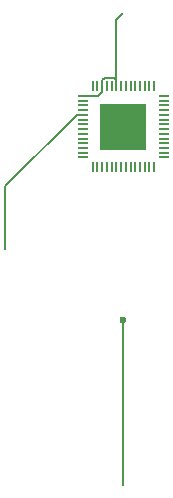
<source format=gtl>
%TF.GenerationSoftware,KiCad,Pcbnew,8.0.2-1*%
%TF.CreationDate,2024-09-30T19:10:58+01:00*%
%TF.ProjectId,test_module_2,74657374-5f6d-46f6-9475-6c655f322e6b,rev?*%
%TF.SameCoordinates,PX8583b00PY68e7780*%
%TF.FileFunction,Copper,L1,Top*%
%TF.FilePolarity,Positive*%
%FSLAX46Y46*%
G04 Gerber Fmt 4.6, Leading zero omitted, Abs format (unit mm)*
G04 Created by KiCad (PCBNEW 8.0.2-1) date 2024-09-30 19:10:58*
%MOMM*%
%LPD*%
G01*
G04 APERTURE LIST*
G04 Aperture macros list*
%AMRoundRect*
0 Rectangle with rounded corners*
0 $1 Rounding radius*
0 $2 $3 $4 $5 $6 $7 $8 $9 X,Y pos of 4 corners*
0 Add a 4 corners polygon primitive as box body*
4,1,4,$2,$3,$4,$5,$6,$7,$8,$9,$2,$3,0*
0 Add four circle primitives for the rounded corners*
1,1,$1+$1,$2,$3*
1,1,$1+$1,$4,$5*
1,1,$1+$1,$6,$7*
1,1,$1+$1,$8,$9*
0 Add four rect primitives between the rounded corners*
20,1,$1+$1,$2,$3,$4,$5,0*
20,1,$1+$1,$4,$5,$6,$7,0*
20,1,$1+$1,$6,$7,$8,$9,0*
20,1,$1+$1,$8,$9,$2,$3,0*%
G04 Aperture macros list end*
%TA.AperFunction,SMDPad,CuDef*%
%ADD10RoundRect,0.050000X-0.350000X-0.050000X0.350000X-0.050000X0.350000X0.050000X-0.350000X0.050000X0*%
%TD*%
%TA.AperFunction,SMDPad,CuDef*%
%ADD11RoundRect,0.050000X-0.050000X-0.350000X0.050000X-0.350000X0.050000X0.350000X-0.050000X0.350000X0*%
%TD*%
%TA.AperFunction,HeatsinkPad*%
%ADD12R,4.000000X4.000000*%
%TD*%
%TA.AperFunction,SMDPad,CuDef*%
%ADD13C,0.100000*%
%TD*%
%TA.AperFunction,ViaPad*%
%ADD14C,0.600000*%
%TD*%
%TA.AperFunction,Conductor*%
%ADD15C,0.200000*%
%TD*%
G04 APERTURE END LIST*
D10*
%TO.P,U1,1,VDDA*%
%TO.N,Net-(GS1-JD_PWR)*%
X-3450000Y12930000D03*
%TO.P,U1,2,LNA_IN*%
%TO.N,unconnected-(U1-LNA_IN-Pad2)*%
X-3450000Y12530000D03*
%TO.P,U1,3,VDD3P3*%
%TO.N,Net-(U1-VDD3P3-Pad3)*%
X-3450000Y12130000D03*
%TO.P,U1,4,VDD3P3*%
X-3450000Y11730000D03*
%TO.P,U1,5,GPIO0*%
%TO.N,Net-(GS2-JD_DATA)*%
X-3450000Y11330000D03*
%TO.P,U1,6,GPIO1*%
%TO.N,unconnected-(U1-GPIO1-Pad6)*%
X-3450000Y10930000D03*
%TO.P,U1,7,GPIO2*%
%TO.N,unconnected-(U1-GPIO2-Pad7)*%
X-3450000Y10530000D03*
%TO.P,U1,8,GPIO3*%
%TO.N,unconnected-(U1-GPIO3-Pad8)*%
X-3450000Y10130000D03*
%TO.P,U1,9,GPIO4*%
%TO.N,unconnected-(U1-GPIO4-Pad9)*%
X-3450000Y9730000D03*
%TO.P,U1,10,GPIO5*%
%TO.N,unconnected-(U1-GPIO5-Pad10)*%
X-3450000Y9330000D03*
%TO.P,U1,11,GPIO6*%
%TO.N,unconnected-(U1-GPIO6-Pad11)*%
X-3450000Y8930000D03*
%TO.P,U1,12,GPIO7*%
%TO.N,unconnected-(U1-GPIO7-Pad12)*%
X-3450000Y8530000D03*
%TO.P,U1,13,GPIO8*%
%TO.N,unconnected-(U1-GPIO8-Pad13)*%
X-3450000Y8130000D03*
%TO.P,U1,14,GPIO9*%
%TO.N,unconnected-(U1-GPIO9-Pad14)*%
X-3450000Y7730000D03*
D11*
%TO.P,U1,15,GPIO10*%
%TO.N,unconnected-(U1-GPIO10-Pad15)*%
X-2600000Y6880000D03*
%TO.P,U1,16,GPIO11*%
%TO.N,unconnected-(U1-GPIO11-Pad16)*%
X-2200000Y6880000D03*
%TO.P,U1,17,GPIO12*%
%TO.N,unconnected-(U1-GPIO12-Pad17)*%
X-1800000Y6880000D03*
%TO.P,U1,18,GPIO13*%
%TO.N,unconnected-(U1-GPIO13-Pad18)*%
X-1400000Y6880000D03*
%TO.P,U1,19,GPIO14*%
%TO.N,unconnected-(U1-GPIO14-Pad19)*%
X-1000000Y6880000D03*
%TO.P,U1,20,VDD3P3_RTC*%
%TO.N,unconnected-(U1-VDD3P3_RTC-Pad20)*%
X-600000Y6880000D03*
%TO.P,U1,21,XTAL_32K_P*%
%TO.N,unconnected-(U1-XTAL_32K_P-Pad21)*%
X-200000Y6880000D03*
%TO.P,U1,22,XTAL_32K_N*%
%TO.N,unconnected-(U1-XTAL_32K_N-Pad22)*%
X200000Y6880000D03*
%TO.P,U1,23,DAC_1*%
%TO.N,unconnected-(U1-DAC_1-Pad23)*%
X600000Y6880000D03*
%TO.P,U1,24,DAC_2*%
%TO.N,unconnected-(U1-DAC_2-Pad24)*%
X1000000Y6880000D03*
%TO.P,U1,25,GPIO19/USB_D-*%
%TO.N,unconnected-(U1-GPIO19{slash}USB_D--Pad25)*%
X1400000Y6880000D03*
%TO.P,U1,26,GPIO20/USB_D+*%
%TO.N,unconnected-(U1-GPIO20{slash}USB_D+-Pad26)*%
X1800000Y6880000D03*
%TO.P,U1,27,VDD3P3_RTC_IO*%
%TO.N,unconnected-(U1-VDD3P3_RTC_IO-Pad27)*%
X2200000Y6880000D03*
%TO.P,U1,28,GPIO21*%
%TO.N,unconnected-(U1-GPIO21-Pad28)*%
X2600000Y6880000D03*
D10*
%TO.P,U1,29,SPICS1*%
%TO.N,unconnected-(U1-SPICS1-Pad29)*%
X3450000Y7730000D03*
%TO.P,U1,30,VDD_SPI*%
%TO.N,unconnected-(U1-VDD_SPI-Pad30)*%
X3450000Y8130000D03*
%TO.P,U1,31,SPIHD*%
%TO.N,unconnected-(U1-SPIHD-Pad31)*%
X3450000Y8530000D03*
%TO.P,U1,32,SPIWP*%
%TO.N,unconnected-(U1-SPIWP-Pad32)*%
X3450000Y8930000D03*
%TO.P,U1,33,SPICS0*%
%TO.N,unconnected-(U1-SPICS0-Pad33)*%
X3450000Y9330000D03*
%TO.P,U1,34,SPICLK*%
%TO.N,unconnected-(U1-SPICLK-Pad34)*%
X3450000Y9730000D03*
%TO.P,U1,35,SPIQ*%
%TO.N,unconnected-(U1-SPIQ-Pad35)*%
X3450000Y10130000D03*
%TO.P,U1,36,SPID*%
%TO.N,unconnected-(U1-SPID-Pad36)*%
X3450000Y10530000D03*
%TO.P,U1,37,GPIO33*%
%TO.N,unconnected-(U1-GPIO33-Pad37)*%
X3450000Y10930000D03*
%TO.P,U1,38,GPIO34*%
%TO.N,unconnected-(U1-GPIO34-Pad38)*%
X3450000Y11330000D03*
%TO.P,U1,39,GPIO35*%
%TO.N,unconnected-(U1-GPIO35-Pad39)*%
X3450000Y11730000D03*
%TO.P,U1,40,GPIO36*%
%TO.N,unconnected-(U1-GPIO36-Pad40)*%
X3450000Y12130000D03*
%TO.P,U1,41,GPIO37*%
%TO.N,unconnected-(U1-GPIO37-Pad41)*%
X3450000Y12530000D03*
%TO.P,U1,42,GPIO38*%
%TO.N,unconnected-(U1-GPIO38-Pad42)*%
X3450000Y12930000D03*
D11*
%TO.P,U1,43,MTCK*%
%TO.N,unconnected-(U1-MTCK-Pad43)*%
X2600000Y13780000D03*
%TO.P,U1,44,MTD0*%
%TO.N,unconnected-(U1-MTD0-Pad44)*%
X2200000Y13780000D03*
%TO.P,U1,45,VDD3P3_CPU*%
%TO.N,unconnected-(U1-VDD3P3_CPU-Pad45)*%
X1800000Y13780000D03*
%TO.P,U1,46,MDTI*%
%TO.N,unconnected-(U1-MDTI-Pad46)*%
X1400000Y13780000D03*
%TO.P,U1,47,MTMS*%
%TO.N,unconnected-(U1-MTMS-Pad47)*%
X1000000Y13780000D03*
%TO.P,U1,48,U0TXD*%
%TO.N,unconnected-(U1-U0TXD-Pad48)*%
X600000Y13780000D03*
%TO.P,U1,49,U0RXD*%
%TO.N,unconnected-(U1-U0RXD-Pad49)*%
X200000Y13780000D03*
%TO.P,U1,50,GPIO45*%
%TO.N,unconnected-(U1-GPIO45-Pad50)*%
X-200000Y13780000D03*
%TO.P,U1,51,VDDA*%
%TO.N,Net-(GS1-JD_PWR)*%
X-600000Y13780000D03*
%TO.P,U1,52,XTAL_N*%
%TO.N,unconnected-(U1-XTAL_N-Pad52)*%
X-1000000Y13780000D03*
%TO.P,U1,53,XTAL_P*%
%TO.N,unconnected-(U1-XTAL_P-Pad53)*%
X-1400000Y13780000D03*
%TO.P,U1,54,VDDA*%
%TO.N,Net-(GS1-JD_PWR)*%
X-1800000Y13780000D03*
%TO.P,U1,55,GPIO46*%
%TO.N,unconnected-(U1-GPIO46-Pad55)*%
X-2200000Y13780000D03*
%TO.P,U1,56,CHIP_PU*%
%TO.N,unconnected-(U1-CHIP_PU-Pad56)*%
X-2600000Y13780000D03*
D12*
%TO.P,U1,57,GND*%
%TO.N,Net-(GS3-GND)*%
X0Y10330000D03*
%TD*%
D13*
%TO.P,GS1,1,JD_PWR*%
%TO.N,Net-(GS1-JD_PWR)*%
X0Y20000000D03*
%TD*%
%TO.P,GS3,1,GND*%
%TO.N,Net-(GS3-GND)*%
X0Y-20000000D03*
%TD*%
%TO.P,GS2,1,JD_DATA*%
%TO.N,Net-(GS2-JD_DATA)*%
X-10000000Y0D03*
%TD*%
D14*
%TO.N,Net-(GS3-GND)*%
X0Y-6000000D03*
X0Y9000000D03*
%TD*%
D15*
%TO.N,Net-(GS1-JD_PWR)*%
X-803640Y14480000D02*
X-600000Y14276360D01*
X-1800000Y13780000D02*
X-1800000Y14276360D01*
X-600000Y13780000D02*
X-600000Y19400000D01*
X-600000Y19400000D02*
X0Y20000000D01*
X-600000Y14276360D02*
X-600000Y13780000D01*
X-1800000Y14276360D02*
X-1596360Y14480000D01*
X-2153640Y12930000D02*
X-3450000Y12930000D01*
X-1800000Y13780000D02*
X-1800000Y13283640D01*
X-1596360Y14480000D02*
X-803640Y14480000D01*
X-1800000Y13283640D02*
X-2153640Y12930000D01*
%TO.N,Net-(GS2-JD_DATA)*%
X-3946360Y11330000D02*
X-3450000Y11330000D01*
X-10000000Y5276360D02*
X-3946360Y11330000D01*
X-10000000Y0D02*
X-10000000Y5276360D01*
%TO.N,Net-(GS3-GND)*%
X0Y-6000000D02*
X0Y-20000000D01*
X0Y10330000D02*
X0Y9000000D01*
%TD*%
M02*

</source>
